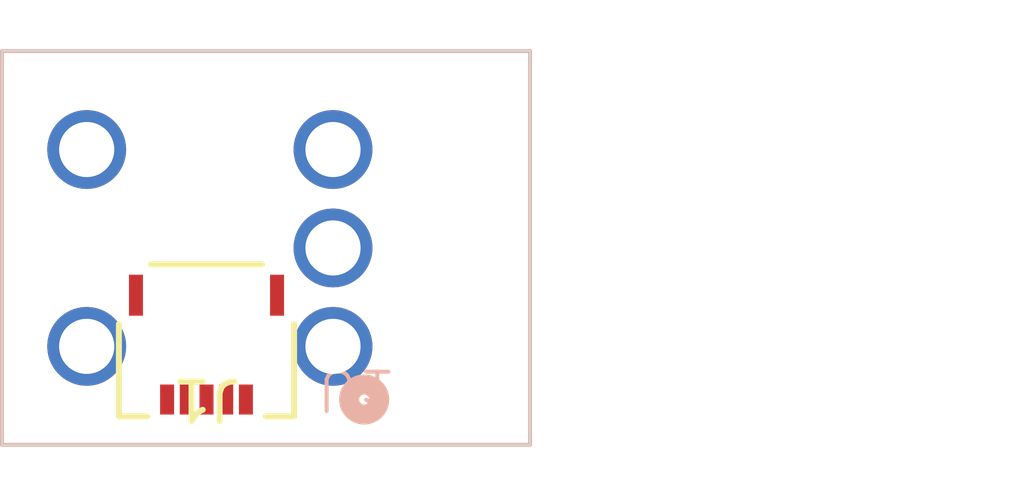
<source format=kicad_pcb>
(kicad_pcb (version 20241229) (generator "pcbnew") (generator_version "9.0")
  (layers (0 "F.Cu" signal) (2 "B.Cu" signal) (13 "F.Paste" user) (15 "B.Paste" user) (5 "F.SilkS" user "F.Silkscreen") (7 "B.SilkS" user "B.Silkscreen") (1 "F.Mask" user) (3 "B.Mask" user) (25 "Edge.Cuts" user))
  (net 0 "")
  (net 1 "/POT_3")
  (net 2 "/POT_1")
  (net 3 "/POT_2")
  (net 4 "/SW1")
  (net 5 "/SW2")
  (footprint "pocket_synth:CONN_503480-0540_MOL" (layer "F.Cu") (at 123.990001 85.2466 180)
    (property "Reference" "J1" (at 0 -1.5034 180) (layer "F.SilkS"))
    (property "Value" "5034800540")
    (fp_line (start 2.2225 0.411786) (end 2.2225 -1.9304) (stroke (width 0.1524)) (layer "F.SilkS"))
    (fp_line (start 2.2225 -1.9304) (end 1.507346 -1.9304) (stroke (width 0.1524)) (layer "F.SilkS"))
    (fp_line (start -1.408501 1.9304) (end 1.408501 1.9304) (stroke (width 0.1524)) (layer "F.SilkS"))
    (fp_line (start -1.507346 -1.9304) (end -2.2225 -1.9304) (stroke (width 0.1524)) (layer "F.SilkS"))
    (fp_line (start -2.2225 -1.9304) (end -2.2225 0.411786) (stroke (width 0.1524)) (layer "F.SilkS"))
    (fp_circle (center -4.0005 -1.5034) (end -3.6195 -1.5034) (stroke (width 0.508)) (fill no) (layer "F.SilkS"))
    (fp_circle (center -4.0005 -1.5034) (end -3.6195 -1.5034) (stroke (width 0.508)) (fill no) (layer "B.SilkS"))
    (pad "1" smd rect (at -1.000001 -1.5034 180) (size 0.3556 0.762) (layers "F.Cu" "F.Mask" "F.Paste") (net 4 "/SW1"))
    (pad "2" smd rect (at -0.499999 -1.5034 180) (size 0.3556 0.762) (layers "F.Cu" "F.Mask" "F.Paste") (net 5 "/SW2"))
    (pad "3" smd rect (at 0 -1.5034 180) (size 0.3556 0.762) (layers "F.Cu" "F.Mask" "F.Paste") (net 2 "/POT_1"))
    (pad "4" smd rect (at 0.499999 -1.5034 180) (size 0.3556 0.762) (layers "F.Cu" "F.Mask" "F.Paste") (net 3 "/POT_2"))
    (pad "5" smd rect (at 1.000001 -1.5034 180) (size 0.3556 0.762) (layers "F.Cu" "F.Mask" "F.Paste") (net 1 "/POT_3"))
    (pad "6" smd rect (at -1.790001 1.1466 180) (size 0.3556 1.0414) (layers "F.Cu" "F.Mask" "F.Paste"))
    (pad "7" smd rect (at 1.790001 1.1466 180) (size 0.3556 1.0414) (layers "F.Cu" "F.Mask" "F.Paste"))
  )
  (footprint "pocket_synth:PTR901-2015K-B103" (layer "B.Cu") (at 127.2 82.9)
    (property "Reference" "U1" (at 0.6 3.6 180) (layer "B.SilkS") (effects (font (thickness 0.1)) (justify mirror)))
    (property "Value" "PTR901-2015K-B103")
    (fp_line (start -8.4 -5) (end -8.4 5) (stroke (width 0.1)) (layer "B.SilkS"))
    (fp_line (start -8.4 -5) (end 5 -5) (stroke (width 0.1)) (layer "B.SilkS"))
    (fp_line (start -8.4 5) (end 5 5) (stroke (width 0.1)) (layer "B.SilkS"))
    (fp_line (start 5 5) (end 5 -5) (stroke (width 0.1)) (layer "B.SilkS"))
    (pad "1" thru_hole circle (at 0 -2.5) (size 2 2) (drill 1.4) (layers "*.Cu" "*.Mask") (net 2 "/POT_1"))
    (pad "2" thru_hole circle (at 0 0) (size 2 2) (drill 1.4) (layers "*.Cu" "*.Mask") (net 3 "/POT_2"))
    (pad "3" thru_hole circle (at 0 2.5) (size 2 2) (drill 1.4) (layers "*.Cu" "*.Mask") (net 1 "/POT_3"))
    (pad "4" thru_hole circle (at -6.25 2.5) (size 2 2) (drill 1.4) (layers "*.Cu" "*.Mask") (net 5 "/SW2"))
    (pad "5" thru_hole circle (at -6.25 -2.5) (size 2 2) (drill 1.4) (layers "*.Cu" "*.Mask") (net 4 "/SW1"))
  )
  (gr_rect (start 118.8 77.9) (end 132.2 87.9) (stroke (width 0.05)) (fill no) (layer "Edge.Cuts"))
)
</source>
